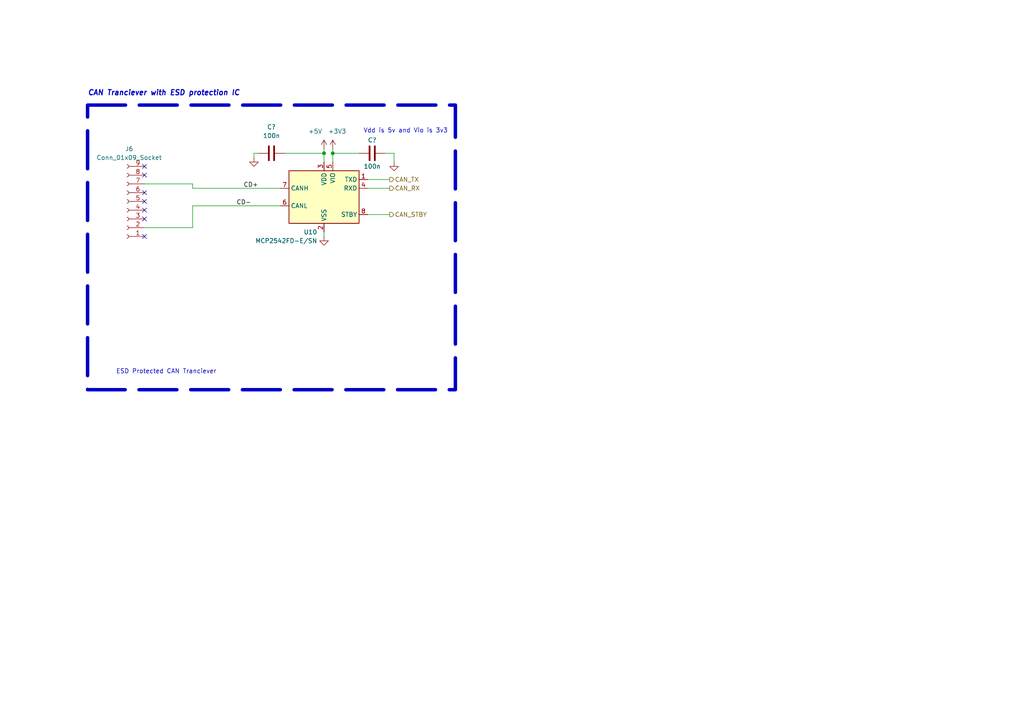
<source format=kicad_sch>
(kicad_sch (version 20230121) (generator eeschema)
  (paper "A4")
  (lib_symbols
    (symbol "Connector:Conn_01x09_Socket" (pin_names (offset 1.016) hide)
      (property "Reference" "J" (at 0 12.7 0))
      (property "Value" "Conn_01x09_Socket" (at 0 -12.7 0))
      (symbol "Conn_01x09_Socket_1_1"
        (arc (start 0 -9.652) (mid -0.5058 -10.16) (end 0 -10.668) (stroke (width 0.1524)))
        (arc (start 0 -7.112) (mid -0.5058 -7.62) (end 0 -8.128) (stroke (width 0.1524)))
        (arc (start 0 -4.572) (mid -0.5058 -5.08) (end 0 -5.588) (stroke (width 0.1524)))
        (arc (start 0 -2.032) (mid -0.5058 -2.54) (end 0 -3.048) (stroke (width 0.1524)))
        (polyline (pts (xy -1.27 -10.16) (xy -0.508 -10.16)) (stroke (width 0.1524)))
        (polyline (pts (xy -1.27 -7.62) (xy -0.508 -7.62)) (stroke (width 0.1524)))
        (polyline (pts (xy -1.27 -5.08) (xy -0.508 -5.08)) (stroke (width 0.1524)))
        (polyline (pts (xy -1.27 -2.54) (xy -0.508 -2.54)) (stroke (width 0.1524)))
        (polyline (pts (xy -1.27 0) (xy -0.508 0)) (stroke (width 0.1524)))
        (polyline (pts (xy -1.27 2.54) (xy -0.508 2.54)) (stroke (width 0.1524)))
        (polyline (pts (xy -1.27 5.08) (xy -0.508 5.08)) (stroke (width 0.1524)))
        (polyline (pts (xy -1.27 7.62) (xy -0.508 7.62)) (stroke (width 0.1524)))
        (polyline (pts (xy -1.27 10.16) (xy -0.508 10.16)) (stroke (width 0.1524)))
        (arc (start 0 0.508) (mid -0.5058 0) (end 0 -0.508) (stroke (width 0.1524)))
        (arc (start 0 3.048) (mid -0.5058 2.54) (end 0 2.032) (stroke (width 0.1524)))
        (arc (start 0 5.588) (mid -0.5058 5.08) (end 0 4.572) (stroke (width 0.1524)))
        (arc (start 0 8.128) (mid -0.5058 7.62) (end 0 7.112) (stroke (width 0.1524)))
        (arc (start 0 10.668) (mid -0.5058 10.16) (end 0 9.652) (stroke (width 0.1524)))
        (pin passive line (at -5.08 10.16 0) (length 3.81) (name "Pin_1") (number "1"))
        (pin passive line (at -5.08 7.62 0) (length 3.81) (name "Pin_2") (number "2"))
        (pin passive line (at -5.08 5.08 0) (length 3.81) (name "Pin_3") (number "3"))
        (pin passive line (at -5.08 2.54 0) (length 3.81) (name "Pin_4") (number "4"))
        (pin passive line (at -5.08 0 0) (length 3.81) (name "Pin_5") (number "5"))
        (pin passive line (at -5.08 -2.54 0) (length 3.81) (name "Pin_6") (number "6"))
        (pin passive line (at -5.08 -5.08 0) (length 3.81) (name "Pin_7") (number "7"))
        (pin passive line (at -5.08 -7.62 0) (length 3.81) (name "Pin_8") (number "8"))
        (pin passive line (at -5.08 -10.16 0) (length 3.81) (name "Pin_9") (number "9"))
      )
    )
    (symbol "Device:C" (pin_numbers hide) (pin_names (offset 0.254))
      (property "Reference" "C" (at 0.635 2.54 0))
      (property "Value" "C" (at 0.635 -2.54 0))
      (symbol "C_0_1"
        (polyline (pts (xy -2.032 -0.762) (xy 2.032 -0.762)) (stroke (width 0.508)))
        (polyline (pts (xy -2.032 0.762) (xy 2.032 0.762)) (stroke (width 0.508)))
      )
      (symbol "C_1_1"
        (pin passive line (at 0 3.81 270) (length 2.794) (name "~") (number "1"))
        (pin passive line (at 0 -3.81 90) (length 2.794) (name "~") (number "2"))
      )
    )
    (symbol "Interface_CAN_LIN:MCP2542FDxMF"
      (property "Reference" "U" (at -10.16 8.89 0))
      (property "Value" "MCP2542FDxMF" (at 2.54 8.89 0))
      (symbol "MCP2542FDxMF_0_1"
        (rectangle (start -10.16 7.62) (end 10.16 -7.62) (stroke (width 0.254)) (fill (type background)))
      )
      (symbol "MCP2542FDxMF_1_1"
        (pin input line (at -12.7 5.08 0) (length 2.54) (name "TXD") (number "1"))
        (pin power_in line (at 0 -10.16 90) (length 2.54) (name "VSS") (number "2"))
        (pin power_in line (at 0 10.16 270) (length 2.54) (name "VDD") (number "3"))
        (pin output line (at -12.7 2.54 0) (length 2.54) (name "RXD") (number "4"))
        (pin power_in line (at -2.54 10.16 270) (length 2.54) (name "VIO") (number "5"))
        (pin bidirectional line (at 12.7 -2.54 180) (length 2.54) (name "CANL") (number "6"))
        (pin bidirectional line (at 12.7 2.54 180) (length 2.54) (name "CANH") (number "7"))
        (pin input line (at -12.7 -5.08 0) (length 2.54) (name "STBY") (number "8"))
        (pin passive line (at 0 -10.16 90) (length 2.54) hide (name "VSS") (number "9"))
      )
    )
    (symbol "power:+3V3" (power) (pin_names (offset 0))
      (property "Value" "+3V3" (at 0 3.556 0))
      (symbol "+3V3_0_1"
        (polyline (pts (xy -0.762 1.27) (xy 0 2.54)))
        (polyline (pts (xy 0 0) (xy 0 2.54)))
        (polyline (pts (xy 0 2.54) (xy 0.762 1.27)))
      )
      (symbol "+3V3_1_1"
        (pin power_in line (at 0 0 90) (length 0) hide (name "+3V3") (number "1"))
      )
    )
    (symbol "power:+5V" (power) (pin_names (offset 0))
      (property "Value" "+5V" (at 0 3.556 0))
      (symbol "+5V_0_1"
        (polyline (pts (xy -0.762 1.27) (xy 0 2.54)))
        (polyline (pts (xy 0 0) (xy 0 2.54)))
        (polyline (pts (xy 0 2.54) (xy 0.762 1.27)))
      )
      (symbol "+5V_1_1"
        (pin power_in line (at 0 0 90) (length 0) hide (name "+5V") (number "1"))
      )
    )
    (symbol "power:GND" (power) (pin_names (offset 0))
      (property "Value" "GND" (at 0 -3.81 0))
      (symbol "GND_0_1"
        (polyline (pts (xy 0 0) (xy 0 -1.27) (xy 1.27 -1.27) (xy 0 -2.54) (xy -1.27 -1.27) (xy 0 -1.27)))
      )
      (symbol "GND_1_1"
        (pin power_in line (at 0 0 270) (length 0) hide (name "GND") (number "1"))
      )
    )
  )
  (junction (at 93.98 44.45))
  (junction (at 96.52 44.45))
  (no_connect (at 41.91 63.5))
  (no_connect (at 41.91 48.26))
  (no_connect (at 41.91 55.88))
  (no_connect (at 41.91 60.96))
  (no_connect (at 41.91 58.42))
  (no_connect (at 41.91 68.58))
  (no_connect (at 41.91 50.8))
  (wire (pts (xy 93.98 67.31) (xy 93.98 68.58)))
  (wire (pts (xy 114.3 44.45) (xy 111.76 44.45)))
  (wire (pts (xy 55.88 59.69) (xy 55.88 66.04)))
  (wire (pts (xy 93.98 44.45) (xy 93.98 46.99)))
  (wire (pts (xy 114.3 46.99) (xy 114.3 44.45)))
  (wire (pts (xy 93.98 43.18) (xy 93.98 44.45)))
  (wire (pts (xy 106.68 52.07) (xy 113.03 52.07)))
  (wire (pts (xy 41.91 53.34) (xy 55.88 53.34)))
  (wire (pts (xy 96.52 43.18) (xy 96.52 44.45)))
  (wire (pts (xy 55.88 54.61) (xy 81.28 54.61)))
  (wire (pts (xy 96.52 44.45) (xy 104.14 44.45)))
  (wire (pts (xy 73.66 44.45) (xy 73.66 45.72)))
  (wire (pts (xy 106.68 62.23) (xy 113.03 62.23)))
  (wire (pts (xy 96.52 44.45) (xy 96.52 46.99)))
  (wire (pts (xy 74.93 44.45) (xy 73.66 44.45)))
  (wire (pts (xy 106.68 54.61) (xy 113.03 54.61)))
  (wire (pts (xy 55.88 59.69) (xy 81.28 59.69)))
  (wire (pts (xy 55.88 66.04) (xy 41.91 66.04)))
  (wire (pts (xy 55.88 53.34) (xy 55.88 54.61)))
  (wire (pts (xy 82.55 44.45) (xy 93.98 44.45)))
  (rectangle (start 25.4 30.48) (end 132.08 113.03) (stroke (width 1) (type dash)))
  (text "ESD Protected CAN Tranciever\n" (at 33.655 108.585 0) (effects (font (size 1.27 1.27)) (justify left bottom)))
  (text "Vdd is 5v and Vio is 3v3\n" (at 105.41 38.735 0) (effects (font (size 1.27 1.27)) (justify left bottom)))
  (text "CAN Tranciever with ESD protection IC" (at 25.4 27.94 0) (effects (font (size 1.5 1.5) (thickness 0.3) bold italic) (justify left bottom)))
  (label "CD-" (at 68.58 59.69 0))
  (label "CD+" (at 74.93 54.61 180))
  (hierarchical_label "CAN_STBY" (shape output) (at 113.03 62.23 0))
  (hierarchical_label "CAN_TX" (shape output) (at 113.03 52.07 0))
  (hierarchical_label "CAN_RX" (shape output) (at 113.03 54.61 0))
  (symbol (lib_id "power:+3V3") (at 96.52 43.18 0) (unit 1)
    (property "Reference" "#PWR083" (effects hide))
    (property "Value" "+3V3" (at 97.79 38.1 0))
    (instances (project "CAN-USB RF Module" (path "" (reference "#PWR083") (unit 1))) (project "Batt-Power-Prototype-2023_Lucy_V1" (path "" (reference "#PWR078") (unit 1))))
  )
  (symbol (lib_id "Device:C") (at 107.95 44.45 270) (unit 1)
    (property "Reference" "C?" (at 107.95 40.64 90))
    (property "Value" "100n" (at 107.95 48.26 90))
    (property "Footprint" "Capacitor_SMD:C_0603_1608Metric" (effects hide))
    (property "LCSC #" "C57112" (effects hide))
    (property "JLCPCB Part#(optional)" "C57112" (effects hide))
    (property "DK #" "490-14603-1-ND" (effects hide))
    (property "PCBA" "-" (effects hide))
    (instances (project "CAN-USB RF Module" (path "" (reference "C?") (unit 1)) (path "" (reference "C46") (unit 1))) (project "Batt-Power-Prototype-2023_Lucy_V1" (path "" (reference "C38") (unit 1))))
  )
  (symbol (lib_id "power:GND") (at 93.98 68.58 0) (unit 1)
    (property "Reference" "#PWR?" (effects hide))
    (property "Value" "GND" (effects hide))
    (instances (project "CAN-USB RF Module" (path "" (reference "#PWR?") (unit 1)) (path "" (reference "#PWR082") (unit 1))) (project "Batt-Power-Prototype-2023_Lucy_V1" (path "" (reference "#PWR077") (unit 1))))
  )
  (symbol (lib_id "power:+5V") (at 93.98 43.18 0) (unit 1)
    (property "Reference" "#PWR081" (effects hide))
    (property "Value" "+5V" (at 91.44 38.1 0))
    (instances (project "CAN-USB RF Module" (path "" (reference "#PWR081") (unit 1))) (project "Batt-Power-Prototype-2023_Lucy_V1" (path "" (reference "#PWR076") (unit 1))))
  )
  (symbol (lib_id "power:GND") (at 114.3 46.99 0) (unit 1)
    (property "Reference" "#PWR?" (effects hide))
    (property "Value" "GND" (effects hide))
    (instances (project "CAN-USB RF Module" (path "" (reference "#PWR?") (unit 1)) (path "" (reference "#PWR084") (unit 1))) (project "Batt-Power-Prototype-2023_Lucy_V1" (path "" (reference "#PWR079") (unit 1))))
  )
  (symbol (lib_id "power:GND") (at 73.66 45.72 0) (unit 1)
    (property "Reference" "#PWR?" (effects hide))
    (property "Value" "GND" (effects hide))
    (instances (project "CAN-USB RF Module" (path "" (reference "#PWR?") (unit 1)) (path "" (reference "#PWR080") (unit 1))) (project "Batt-Power-Prototype-2023_Lucy_V1" (path "" (reference "#PWR075") (unit 1))))
  )
  (symbol (lib_id "Device:C") (at 78.74 44.45 90) (unit 1)
    (property "Reference" "C?" (at 78.74 36.83 90))
    (property "Value" "100n" (at 78.74 39.37 90))
    (property "Footprint" "Capacitor_SMD:C_0603_1608Metric" (effects hide))
    (property "LCSC #" "C57112" (effects hide))
    (property "JLCPCB Part#(optional)" "C57112" (effects hide))
    (property "DK #" "490-14603-1-ND" (effects hide))
    (property "PCBA" "-" (effects hide))
    (instances (project "CAN-USB RF Module" (path "" (reference "C?") (unit 1)) (path "" (reference "C45") (unit 1))) (project "Batt-Power-Prototype-2023_Lucy_V1" (path "" (reference "C37") (unit 1))))
  )
  (symbol (lib_id "Interface_CAN_LIN:MCP2542FDxMF") (at 93.98 57.15 0) (mirror y) (unit 1)
    (property "Reference" "U10" (at 92.0241 67.31 0) (effects (justify left)))
    (property "Value" "MCP2542FD-E/SN" (at 92.0241 69.85 0) (effects (justify left)))
    (property "Footprint" "Package_SO:SOIC-8-1EP_3.9x4.9mm_P1.27mm_EP2.29x3mm" (effects hide))
    (property "Datasheet" "http://ww1.microchip.com/downloads/en/DeviceDoc/MCP2542FD-4FD-MCP2542WFD-4WFD-Data-Sheet20005514B.pdf" (effects hide))
    (property "DK #" "MCP2542FD-E/SN-ND" (effects hide))
    (instances (project "CAN-USB RF Module" (path "" (reference "U10") (unit 1))) (project "Batt-Power-Prototype-2023_Lucy_V1" (path "" (reference "U14") (unit 1))))
  )
  (symbol (lib_id "Connector:Conn_01x09_Socket") (at 36.83 58.42 180) (unit 1)
    (property "Reference" "J6" (at 37.465 43.18 0))
    (property "Value" "Conn_01x09_Socket" (at 37.465 45.72 0))
    (property "Footprint" "Connector_Dsub:DSUB-9_Female_Horizontal_P2.77x2.84mm_EdgePinOffset7.70mm_Housed_MountingHolesOffset9.12mm" (effects hide))
    (instances (project "CAN-USB RF Module" (path "" (reference "J6") (unit 1))) (project "Batt-Power-Prototype-2023_Lucy_V1" (path "" (reference "J9") (unit 1))))
  )
)
</source>
